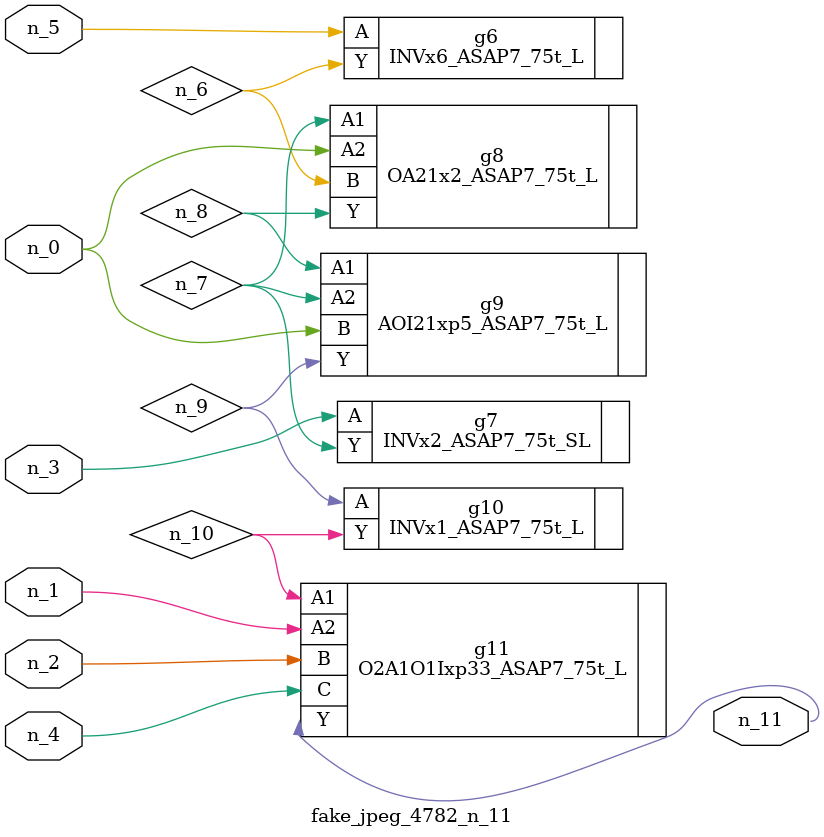
<source format=v>
module fake_jpeg_4782_n_11 (n_3, n_2, n_1, n_0, n_4, n_5, n_11);

input n_3;
input n_2;
input n_1;
input n_0;
input n_4;
input n_5;

output n_11;

wire n_10;
wire n_8;
wire n_9;
wire n_6;
wire n_7;

INVx6_ASAP7_75t_L g6 ( 
.A(n_5),
.Y(n_6)
);

INVx2_ASAP7_75t_SL g7 ( 
.A(n_3),
.Y(n_7)
);

OA21x2_ASAP7_75t_L g8 ( 
.A1(n_7),
.A2(n_0),
.B(n_6),
.Y(n_8)
);

AOI21xp5_ASAP7_75t_L g9 ( 
.A1(n_8),
.A2(n_7),
.B(n_0),
.Y(n_9)
);

INVx1_ASAP7_75t_L g10 ( 
.A(n_9),
.Y(n_10)
);

O2A1O1Ixp33_ASAP7_75t_L g11 ( 
.A1(n_10),
.A2(n_1),
.B(n_2),
.C(n_4),
.Y(n_11)
);


endmodule
</source>
